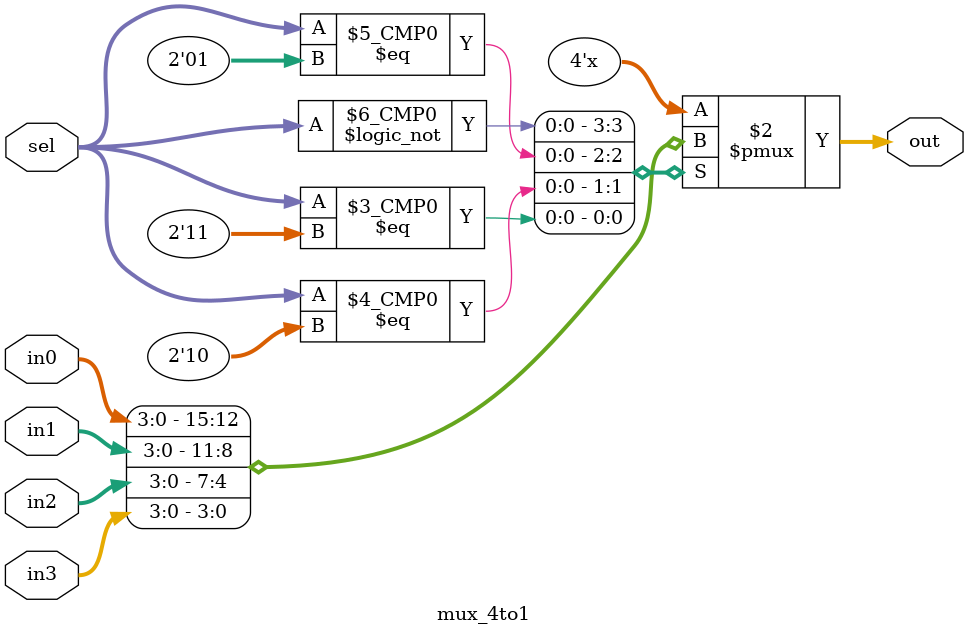
<source format=v>
`timescale 1ns / 1ps


module mux_4to1(sel, in0, in1, in2, in3, out);

    input       [1:0] sel;
    input       [3:0] in0;
    input       [3:0] in1;
    input       [3:0] in2;
    input       [3:0] in3;
    output reg  [3:0] out;
    
    always @ (*) begin
        case (sel)
            2'b00 : out = in0;
            2'b01 : out = in1;
            2'b10 : out = in2;
            2'b11 : out = in3;
        endcase
    end
    
endmodule




</source>
